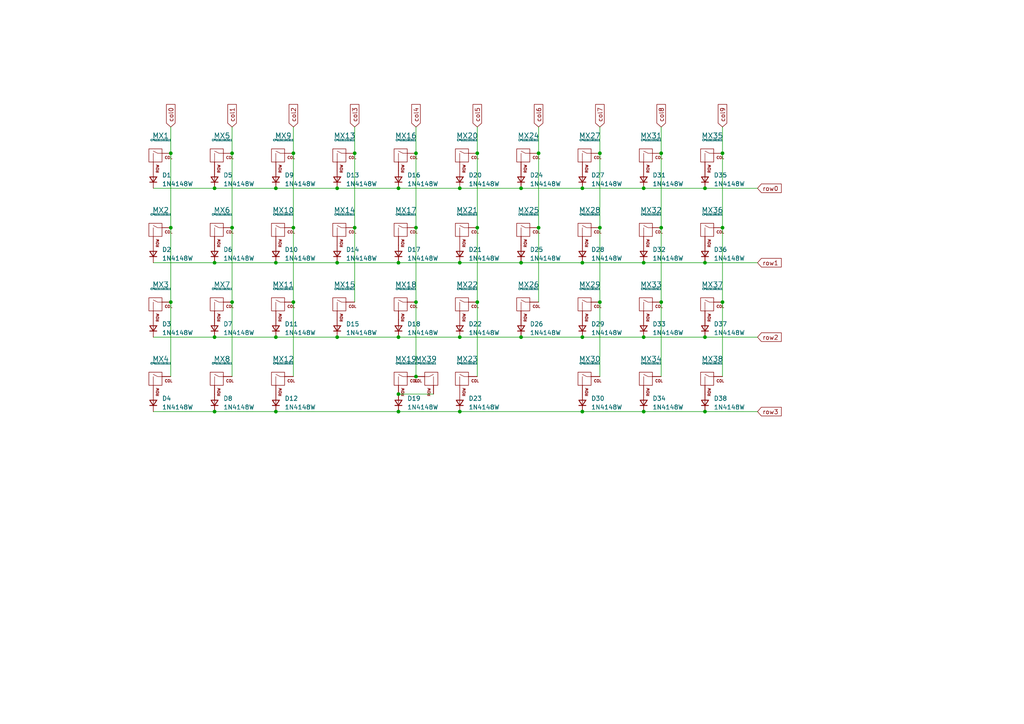
<source format=kicad_sch>
(kicad_sch (version 20230121) (generator eeschema)
  (paper "A4")
  (lib_symbols
    (symbol "Device:D_Small" (pin_numbers hide) (pin_names (offset 0.254) hide)
      (property "Reference" "D" (at -1.27 2.032 0))
      (property "Value" "D_Small" (at -3.81 -2.032 0))
      (symbol "D_Small_0_1"
        (polyline (pts (xy -0.762 -1.016) (xy -0.762 1.016)) (stroke (width 0.254)))
        (polyline (pts (xy -0.762 0) (xy 0.762 0)))
        (polyline (pts (xy 0.762 -1.016) (xy -0.762 0) (xy 0.762 1.016) (xy 0.762 -1.016)) (stroke (width 0.254)))
      )
      (symbol "D_Small_1_1"
        (pin passive line (at -2.54 0 0) (length 1.778) (name "K") (number "1"))
        (pin passive line (at 2.54 0 180) (length 1.778) (name "A") (number "2"))
      )
    )
    (symbol "cipulot_parts:MX-NoLED" (pin_names (offset 1.016))
      (property "Reference" "MX" (at -0.635 3.81 0))
      (property "Value" "MX-NoLED" (at -0.635 1.27 0))
      (symbol "MX-NoLED_0_0"
        (rectangle (start -2.54 2.54) (end 1.27 -1.27))
        (polyline (pts (xy -1.27 -1.27) (xy -1.27 1.27)) (stroke (width 0.127)))
        (polyline (pts (xy 1.27 1.27) (xy 0 1.27) (xy -1.27 1.905)) (stroke (width 0.127)))
        (text "COL" (at 3.175 0 0) (effects (font (size 0.762 0.762))))
        (text "ROW" (at 0 -1.905 900) (effects (font (size 0.762 0.762)) (justify right)))
      )
      (symbol "MX-NoLED_1_1"
        (pin passive line (at 3.81 1.27 180) (length 2.54) (name "COL") (number "1"))
        (pin passive line (at -1.27 -3.81 90) (length 2.54) (name "ROW") (number "2"))
      )
    )
  )
  (junction (at 120.65 44.45))
  (junction (at 168.91 54.61))
  (junction (at 102.87 66.04))
  (junction (at 186.69 54.61))
  (junction (at 186.69 76.2))
  (junction (at 156.21 66.04))
  (junction (at 138.43 44.45))
  (junction (at 173.99 44.45))
  (junction (at 168.91 76.2))
  (junction (at 85.09 87.63))
  (junction (at 62.23 119.38))
  (junction (at 151.13 54.61))
  (junction (at 151.13 97.79))
  (junction (at 115.57 97.79))
  (junction (at 204.47 119.38))
  (junction (at 97.79 76.2))
  (junction (at 120.65 87.63))
  (junction (at 49.53 44.45))
  (junction (at 133.35 97.79))
  (junction (at 186.69 119.38))
  (junction (at 133.35 54.61))
  (junction (at 204.47 76.2))
  (junction (at 80.01 119.38))
  (junction (at 120.65 109.22))
  (junction (at 138.43 87.63))
  (junction (at 156.21 44.45))
  (junction (at 80.01 76.2))
  (junction (at 209.55 66.04))
  (junction (at 85.09 44.45))
  (junction (at 186.69 97.79))
  (junction (at 138.43 66.04))
  (junction (at 173.99 66.04))
  (junction (at 115.57 119.38))
  (junction (at 209.55 87.63))
  (junction (at 67.31 44.45))
  (junction (at 49.53 66.04))
  (junction (at 204.47 97.79))
  (junction (at 191.77 66.04))
  (junction (at 80.01 54.61))
  (junction (at 49.53 87.63))
  (junction (at 191.77 44.45))
  (junction (at 133.35 119.38))
  (junction (at 168.91 97.79))
  (junction (at 191.77 87.63))
  (junction (at 62.23 76.2))
  (junction (at 120.65 66.04))
  (junction (at 62.23 97.79))
  (junction (at 67.31 87.63))
  (junction (at 67.31 66.04))
  (junction (at 85.09 66.04))
  (junction (at 97.79 97.79))
  (junction (at 80.01 97.79))
  (junction (at 102.87 44.45))
  (junction (at 173.99 87.63))
  (junction (at 204.47 54.61))
  (junction (at 209.55 44.45))
  (junction (at 115.57 76.2))
  (junction (at 133.35 76.2))
  (junction (at 97.79 54.61))
  (junction (at 168.91 119.38))
  (junction (at 115.57 114.3))
  (junction (at 115.57 54.61))
  (junction (at 151.13 76.2))
  (junction (at 62.23 54.61))
  (wire (pts (xy 120.65 44.45) (xy 120.65 66.04)))
  (wire (pts (xy 191.77 44.45) (xy 191.77 66.04)))
  (wire (pts (xy 191.77 66.04) (xy 191.77 87.63)))
  (wire (pts (xy 156.21 66.04) (xy 156.21 87.63)))
  (wire (pts (xy 80.01 76.2) (xy 62.23 76.2)))
  (wire (pts (xy 133.35 97.79) (xy 151.13 97.79)))
  (wire (pts (xy 138.43 87.63) (xy 138.43 109.22)))
  (wire (pts (xy 168.91 76.2) (xy 151.13 76.2)))
  (wire (pts (xy 44.45 119.38) (xy 62.23 119.38)))
  (wire (pts (xy 204.47 54.61) (xy 219.71 54.61)))
  (wire (pts (xy 120.65 87.63) (xy 120.65 109.22)))
  (wire (pts (xy 49.53 66.04) (xy 49.53 87.63)))
  (wire (pts (xy 168.91 97.79) (xy 186.69 97.79)))
  (wire (pts (xy 133.35 119.38) (xy 168.91 119.38)))
  (wire (pts (xy 156.21 44.45) (xy 156.21 66.04)))
  (wire (pts (xy 209.55 36.83) (xy 209.55 44.45)))
  (wire (pts (xy 67.31 44.45) (xy 67.31 66.04)))
  (wire (pts (xy 120.65 66.04) (xy 120.65 87.63)))
  (wire (pts (xy 49.53 36.83) (xy 49.53 44.45)))
  (wire (pts (xy 209.55 87.63) (xy 209.55 109.22)))
  (wire (pts (xy 67.31 66.04) (xy 67.31 87.63)))
  (wire (pts (xy 156.21 36.83) (xy 156.21 44.45)))
  (wire (pts (xy 138.43 44.45) (xy 138.43 66.04)))
  (wire (pts (xy 115.57 119.38) (xy 133.35 119.38)))
  (wire (pts (xy 115.57 114.3) (xy 125.73 114.3)))
  (wire (pts (xy 102.87 36.83) (xy 102.87 44.45)))
  (wire (pts (xy 186.69 54.61) (xy 204.47 54.61)))
  (wire (pts (xy 80.01 97.79) (xy 97.79 97.79)))
  (wire (pts (xy 97.79 76.2) (xy 80.01 76.2)))
  (wire (pts (xy 102.87 66.04) (xy 102.87 87.63)))
  (wire (pts (xy 102.87 44.45) (xy 102.87 66.04)))
  (wire (pts (xy 115.57 54.61) (xy 133.35 54.61)))
  (wire (pts (xy 67.31 36.83) (xy 67.31 44.45)))
  (wire (pts (xy 85.09 87.63) (xy 85.09 109.22)))
  (wire (pts (xy 62.23 54.61) (xy 80.01 54.61)))
  (wire (pts (xy 168.91 119.38) (xy 186.69 119.38)))
  (wire (pts (xy 173.99 44.45) (xy 173.99 66.04)))
  (wire (pts (xy 62.23 97.79) (xy 80.01 97.79)))
  (wire (pts (xy 85.09 44.45) (xy 85.09 66.04)))
  (wire (pts (xy 151.13 54.61) (xy 168.91 54.61)))
  (wire (pts (xy 186.69 97.79) (xy 204.47 97.79)))
  (wire (pts (xy 97.79 97.79) (xy 115.57 97.79)))
  (wire (pts (xy 133.35 54.61) (xy 151.13 54.61)))
  (wire (pts (xy 168.91 54.61) (xy 186.69 54.61)))
  (wire (pts (xy 120.65 36.83) (xy 120.65 44.45)))
  (wire (pts (xy 191.77 87.63) (xy 191.77 109.22)))
  (wire (pts (xy 138.43 66.04) (xy 138.43 87.63)))
  (wire (pts (xy 49.53 87.63) (xy 49.53 109.22)))
  (wire (pts (xy 173.99 87.63) (xy 173.99 109.22)))
  (wire (pts (xy 204.47 97.79) (xy 219.71 97.79)))
  (wire (pts (xy 133.35 76.2) (xy 115.57 76.2)))
  (wire (pts (xy 204.47 76.2) (xy 186.69 76.2)))
  (wire (pts (xy 44.45 97.79) (xy 62.23 97.79)))
  (wire (pts (xy 219.71 76.2) (xy 204.47 76.2)))
  (wire (pts (xy 209.55 66.04) (xy 209.55 87.63)))
  (wire (pts (xy 204.47 119.38) (xy 219.71 119.38)))
  (wire (pts (xy 115.57 76.2) (xy 97.79 76.2)))
  (wire (pts (xy 173.99 36.83) (xy 173.99 44.45)))
  (wire (pts (xy 173.99 66.04) (xy 173.99 87.63)))
  (wire (pts (xy 97.79 54.61) (xy 115.57 54.61)))
  (wire (pts (xy 85.09 66.04) (xy 85.09 87.63)))
  (wire (pts (xy 186.69 76.2) (xy 168.91 76.2)))
  (wire (pts (xy 44.45 54.61) (xy 62.23 54.61)))
  (wire (pts (xy 186.69 119.38) (xy 204.47 119.38)))
  (wire (pts (xy 115.57 97.79) (xy 133.35 97.79)))
  (wire (pts (xy 80.01 119.38) (xy 115.57 119.38)))
  (wire (pts (xy 67.31 87.63) (xy 67.31 109.22)))
  (wire (pts (xy 62.23 119.38) (xy 80.01 119.38)))
  (wire (pts (xy 138.43 36.83) (xy 138.43 44.45)))
  (wire (pts (xy 85.09 36.83) (xy 85.09 44.45)))
  (wire (pts (xy 62.23 76.2) (xy 44.45 76.2)))
  (wire (pts (xy 49.53 44.45) (xy 49.53 66.04)))
  (wire (pts (xy 151.13 76.2) (xy 133.35 76.2)))
  (wire (pts (xy 80.01 54.61) (xy 97.79 54.61)))
  (wire (pts (xy 209.55 44.45) (xy 209.55 66.04)))
  (wire (pts (xy 191.77 36.83) (xy 191.77 44.45)))
  (wire (pts (xy 151.13 97.79) (xy 168.91 97.79)))
  (global_label "col0" (shape input) (at 49.53 36.83 90) (property "Intersheetrefs" "${INTERSHEET_REFS}" (effects hide)))
  (global_label "col9" (shape input) (at 209.55 36.83 90) (property "Intersheetrefs" "${INTERSHEET_REFS}" (effects hide)))
  (global_label "row0" (shape input) (at 219.71 54.61 0) (property "Intersheetrefs" "${INTERSHEET_REFS}" (effects hide)))
  (global_label "col3" (shape input) (at 102.87 36.83 90) (property "Intersheetrefs" "${INTERSHEET_REFS}" (effects hide)))
  (global_label "col6" (shape input) (at 156.21 36.83 90) (property "Intersheetrefs" "${INTERSHEET_REFS}" (effects hide)))
  (global_label "col7" (shape input) (at 173.99 36.83 90) (property "Intersheetrefs" "${INTERSHEET_REFS}" (effects hide)))
  (global_label "col4" (shape input) (at 120.65 36.83 90) (property "Intersheetrefs" "${INTERSHEET_REFS}" (effects hide)))
  (global_label "row3" (shape input) (at 219.71 119.38 0) (property "Intersheetrefs" "${INTERSHEET_REFS}" (effects hide)))
  (global_label "row2" (shape input) (at 219.71 97.79 0) (property "Intersheetrefs" "${INTERSHEET_REFS}" (effects hide)))
  (global_label "row1" (shape input) (at 219.71 76.2 0) (property "Intersheetrefs" "${INTERSHEET_REFS}" (effects hide)))
  (global_label "col5" (shape input) (at 138.43 36.83 90) (property "Intersheetrefs" "${INTERSHEET_REFS}" (effects hide)))
  (global_label "col1" (shape input) (at 67.31 36.83 90) (property "Intersheetrefs" "${INTERSHEET_REFS}" (effects hide)))
  (global_label "col2" (shape input) (at 85.09 36.83 90) (property "Intersheetrefs" "${INTERSHEET_REFS}" (effects hide)))
  (global_label "col8" (shape input) (at 191.77 36.83 90) (property "Intersheetrefs" "${INTERSHEET_REFS}" (effects hide)))
  (symbol (lib_id "cipulot_parts:MX-NoLED") (at 116.84 110.49 0) (unit 1)
    (property "Reference" "MX19" (at 117.7256 104.14 0) (effects (font (size 1.524 1.524))))
    (property "Value" "CPG151101S11" (at 117.7256 105.41 0) (effects (font (size 0.508 0.508))))
    (property "Footprint" "MX_Only:MXOnly-2U-Hotswap-ReversedStabilizers" (effects hide))
    (property "LCSC" "C2803348" (effects hide))
  )
  (symbol (lib_id "Device:D_Small") (at 204.47 52.07 90) (unit 1)
    (property "Reference" "D35" (at 207.01 50.8 90) (effects (justify right)))
    (property "Value" "1N4148W" (at 207.01 53.34 90) (effects (justify right)))
    (property "Footprint" "Diode_SMD:D_SOD-123" (effects hide))
  )
  (symbol (lib_id "cipulot_parts:MX-NoLED") (at 124.46 110.49 0) (mirror y) (unit 1)
    (property "Reference" "MX39" (at 123.5744 104.14 0) (effects (font (size 1.524 1.524))))
    (property "Value" "CPG151101S11" (at 123.5744 105.41 0) (effects (font (size 0.508 0.508))))
    (property "Footprint" "MX_Only:MXOnly-2U-Hotswap-ReversedStabilizers" (effects hide))
    (property "LCSC" "C2803348" (effects hide))
    (property "Note" "Footprint modified to accommodate 4u reversed stabilizer" (effects hide))
  )
  (symbol (lib_id "cipulot_parts:MX-NoLED") (at 205.74 88.9 0) (unit 1)
    (property "Reference" "MX37" (at 206.6256 82.55 0) (effects (font (size 1.524 1.524))))
    (property "Value" "CPG151101S11" (at 206.6256 83.82 0) (effects (font (size 0.508 0.508))))
    (property "Footprint" "MX_Only:MXOnly-1U-Hotswap" (effects hide))
    (property "LCSC" "C2803348" (effects hide))
  )
  (symbol (lib_id "Device:D_Small") (at 186.69 73.66 90) (unit 1)
    (property "Reference" "D32" (at 189.23 72.39 90) (effects (justify right)))
    (property "Value" "1N4148W" (at 189.23 74.93 90) (effects (justify right)))
    (property "Footprint" "Diode_SMD:D_SOD-123" (effects hide))
  )
  (symbol (lib_id "Device:D_Small") (at 133.35 52.07 90) (unit 1)
    (property "Reference" "D20" (at 135.89 50.8 90) (effects (justify right)))
    (property "Value" "1N4148W" (at 135.89 53.34 90) (effects (justify right)))
    (property "Footprint" "Diode_SMD:D_SOD-123" (effects hide))
  )
  (symbol (lib_id "Device:D_Small") (at 186.69 116.84 90) (unit 1)
    (property "Reference" "D34" (at 189.23 115.57 90) (effects (justify right)))
    (property "Value" "1N4148W" (at 189.23 118.11 90) (effects (justify right)))
    (property "Footprint" "Diode_SMD:D_SOD-123" (effects hide))
  )
  (symbol (lib_id "Device:D_Small") (at 44.45 95.25 90) (unit 1)
    (property "Reference" "D3" (at 46.99 93.98 90) (effects (justify right)))
    (property "Value" "1N4148W" (at 46.99 96.52 90) (effects (justify right)))
    (property "Footprint" "Diode_SMD:D_SOD-123" (effects hide))
  )
  (symbol (lib_id "cipulot_parts:MX-NoLED") (at 205.74 45.72 0) (unit 1)
    (property "Reference" "MX35" (at 206.6256 39.37 0) (effects (font (size 1.524 1.524))))
    (property "Value" "CPG151101S11" (at 206.6256 40.64 0) (effects (font (size 0.508 0.508))))
    (property "Footprint" "MX_Only:MXOnly-1.5U-Hotswap" (effects hide))
    (property "LCSC" "C2803348" (effects hide))
  )
  (symbol (lib_id "cipulot_parts:MX-NoLED") (at 170.18 110.49 0) (unit 1)
    (property "Reference" "MX30" (at 171.0656 104.14 0) (effects (font (size 1.524 1.524))))
    (property "Value" "CPG151101S11" (at 171.0656 105.41 0) (effects (font (size 0.508 0.508))))
    (property "Footprint" "MX_Only:MXOnly-1U-Hotswap" (effects hide))
    (property "LCSC" "C2803348" (effects hide))
  )
  (symbol (lib_id "Device:D_Small") (at 115.57 73.66 90) (unit 1)
    (property "Reference" "D17" (at 118.11 72.39 90) (effects (justify right)))
    (property "Value" "1N4148W" (at 118.11 74.93 90) (effects (justify right)))
    (property "Footprint" "Diode_SMD:D_SOD-123" (effects hide))
  )
  (symbol (lib_id "cipulot_parts:MX-NoLED") (at 187.96 88.9 0) (unit 1)
    (property "Reference" "MX33" (at 188.8456 82.55 0) (effects (font (size 1.524 1.524))))
    (property "Value" "CPG151101S11" (at 188.8456 83.82 0) (effects (font (size 0.508 0.508))))
    (property "Footprint" "MX_Only:MXOnly-1U-Hotswap" (effects hide))
    (property "LCSC" "C2803348" (effects hide))
  )
  (symbol (lib_id "Device:D_Small") (at 133.35 73.66 90) (unit 1)
    (property "Reference" "D21" (at 135.89 72.39 90) (effects (justify right)))
    (property "Value" "1N4148W" (at 135.89 74.93 90) (effects (justify right)))
    (property "Footprint" "Diode_SMD:D_SOD-123" (effects hide))
  )
  (symbol (lib_id "cipulot_parts:MX-NoLED") (at 81.28 88.9 0) (unit 1)
    (property "Reference" "MX11" (at 82.1656 82.55 0) (effects (font (size 1.524 1.524))))
    (property "Value" "CPG151101S11" (at 82.1656 83.82 0) (effects (font (size 0.508 0.508))))
    (property "Footprint" "MX_Only:MXOnly-1U-Hotswap" (effects hide))
    (property "LCSC" "C2803348" (effects hide))
  )
  (symbol (lib_id "Device:D_Small") (at 115.57 95.25 90) (unit 1)
    (property "Reference" "D18" (at 118.11 93.98 90) (effects (justify right)))
    (property "Value" "1N4148W" (at 118.11 96.52 90) (effects (justify right)))
    (property "Footprint" "Diode_SMD:D_SOD-123" (effects hide))
  )
  (symbol (lib_id "Device:D_Small") (at 168.91 116.84 90) (unit 1)
    (property "Reference" "D30" (at 171.45 115.57 90) (effects (justify right)))
    (property "Value" "1N4148W" (at 171.45 118.11 90) (effects (justify right)))
    (property "Footprint" "Diode_SMD:D_SOD-123" (effects hide))
  )
  (symbol (lib_id "cipulot_parts:MX-NoLED") (at 63.5 45.72 0) (unit 1)
    (property "Reference" "MX5" (at 64.3856 39.37 0) (effects (font (size 1.524 1.524))))
    (property "Value" "CPG151101S11" (at 64.3856 40.64 0) (effects (font (size 0.508 0.508))))
    (property "Footprint" "MX_Only:MXOnly-1U-Hotswap" (effects hide))
    (property "LCSC" "C2803348" (effects hide))
  )
  (symbol (lib_id "cipulot_parts:MX-NoLED") (at 152.4 88.9 0) (unit 1)
    (property "Reference" "MX26" (at 153.2856 82.55 0) (effects (font (size 1.524 1.524))))
    (property "Value" "CPG151101S11" (at 153.2856 83.82 0) (effects (font (size 0.508 0.508))))
    (property "Footprint" "MX_Only:MXOnly-1U-Hotswap" (effects hide))
    (property "LCSC" "C2803348" (effects hide))
  )
  (symbol (lib_id "cipulot_parts:MX-NoLED") (at 205.74 67.31 0) (unit 1)
    (property "Reference" "MX36" (at 206.6256 60.96 0) (effects (font (size 1.524 1.524))))
    (property "Value" "CPG151101S11" (at 206.6256 62.23 0) (effects (font (size 0.508 0.508))))
    (property "Footprint" "MX_Only:MXOnly-1.25U-Hotswap" (effects hide))
    (property "LCSC" "C2803348" (effects hide))
  )
  (symbol (lib_id "cipulot_parts:MX-NoLED") (at 170.18 45.72 0) (unit 1)
    (property "Reference" "MX27" (at 171.0656 39.37 0) (effects (font (size 1.524 1.524))))
    (property "Value" "CPG151101S11" (at 171.0656 40.64 0) (effects (font (size 0.508 0.508))))
    (property "Footprint" "MX_Only:MXOnly-1U-Hotswap" (effects hide))
    (property "LCSC" "C2803348" (effects hide))
  )
  (symbol (lib_id "Device:D_Small") (at 186.69 95.25 90) (unit 1)
    (property "Reference" "D33" (at 189.23 93.98 90) (effects (justify right)))
    (property "Value" "1N4148W" (at 189.23 96.52 90) (effects (justify right)))
    (property "Footprint" "Diode_SMD:D_SOD-123" (effects hide))
  )
  (symbol (lib_id "Device:D_Small") (at 115.57 52.07 90) (unit 1)
    (property "Reference" "D16" (at 118.11 50.8 90) (effects (justify right)))
    (property "Value" "1N4148W" (at 118.11 53.34 90) (effects (justify right)))
    (property "Footprint" "Diode_SMD:D_SOD-123" (effects hide))
  )
  (symbol (lib_id "cipulot_parts:MX-NoLED") (at 45.72 45.72 0) (unit 1)
    (property "Reference" "MX1" (at 46.6056 39.37 0) (effects (font (size 1.524 1.524))))
    (property "Value" "CPG151101S11" (at 46.6056 40.64 0) (effects (font (size 0.508 0.508))))
    (property "Footprint" "MX_Only:MXOnly-1U-Hotswap" (effects hide))
    (property "Datasheet" "https://datasheet.lcsc.com/lcsc/2202281830_Kailh-CPG151101S11_C2803348.pdf" (effects hide))
    (property "LCSC" "C2803348" (effects hide))
  )
  (symbol (lib_id "cipulot_parts:MX-NoLED") (at 116.84 88.9 0) (unit 1)
    (property "Reference" "MX18" (at 117.7256 82.55 0) (effects (font (size 1.524 1.524))))
    (property "Value" "CPG151101S11" (at 117.7256 83.82 0) (effects (font (size 0.508 0.508))))
    (property "Footprint" "MX_Only:MXOnly-1U-Hotswap" (effects hide))
    (property "LCSC" "C2803348" (effects hide))
  )
  (symbol (lib_id "Device:D_Small") (at 133.35 116.84 90) (unit 1)
    (property "Reference" "D23" (at 135.89 115.57 90) (effects (justify right)))
    (property "Value" "1N4148W" (at 135.89 118.11 90) (effects (justify right)))
    (property "Footprint" "Diode_SMD:D_SOD-123" (effects hide))
  )
  (symbol (lib_id "Device:D_Small") (at 168.91 73.66 90) (unit 1)
    (property "Reference" "D28" (at 171.45 72.39 90) (effects (justify right)))
    (property "Value" "1N4148W" (at 171.45 74.93 90) (effects (justify right)))
    (property "Footprint" "Diode_SMD:D_SOD-123" (effects hide))
  )
  (symbol (lib_id "cipulot_parts:MX-NoLED") (at 187.96 110.49 0) (unit 1)
    (property "Reference" "MX34" (at 188.8456 104.14 0) (effects (font (size 1.524 1.524))))
    (property "Value" "CPG151101S11" (at 188.8456 105.41 0) (effects (font (size 0.508 0.508))))
    (property "Footprint" "MX_Only:MXOnly-1U-Hotswap" (effects hide))
    (property "LCSC" "C2803348" (effects hide))
  )
  (symbol (lib_id "cipulot_parts:MX-NoLED") (at 152.4 45.72 0) (unit 1)
    (property "Reference" "MX24" (at 153.2856 39.37 0) (effects (font (size 1.524 1.524))))
    (property "Value" "CPG151101S11" (at 153.2856 40.64 0) (effects (font (size 0.508 0.508))))
    (property "Footprint" "MX_Only:MXOnly-1U-Hotswap" (effects hide))
    (property "LCSC" "C2803348" (effects hide))
  )
  (symbol (lib_id "cipulot_parts:MX-NoLED") (at 45.72 88.9 0) (unit 1)
    (property "Reference" "MX3" (at 46.6056 82.55 0) (effects (font (size 1.524 1.524))))
    (property "Value" "CPG151101S11" (at 46.6056 83.82 0) (effects (font (size 0.508 0.508))))
    (property "Footprint" "MX_Only:MXOnly-1.5U-Hotswap" (effects hide))
    (property "LCSC" "C2803348" (effects hide))
  )
  (symbol (lib_id "Device:D_Small") (at 151.13 52.07 90) (unit 1)
    (property "Reference" "D24" (at 153.67 50.8 90) (effects (justify right)))
    (property "Value" "1N4148W" (at 153.67 53.34 90) (effects (justify right)))
    (property "Footprint" "Diode_SMD:D_SOD-123" (effects hide))
  )
  (symbol (lib_id "cipulot_parts:MX-NoLED") (at 45.72 110.49 0) (unit 1)
    (property "Reference" "MX4" (at 46.6056 104.14 0) (effects (font (size 1.524 1.524))))
    (property "Value" "CPG151101S11" (at 46.6056 105.41 0) (effects (font (size 0.508 0.508))))
    (property "Footprint" "MX_Only:MXOnly-1U-Hotswap" (effects hide))
    (property "LCSC" "C2803348" (effects hide))
  )
  (symbol (lib_id "cipulot_parts:MX-NoLED") (at 170.18 88.9 0) (unit 1)
    (property "Reference" "MX29" (at 171.0656 82.55 0) (effects (font (size 1.524 1.524))))
    (property "Value" "CPG151101S11" (at 171.0656 83.82 0) (effects (font (size 0.508 0.508))))
    (property "Footprint" "MX_Only:MXOnly-1U-Hotswap" (effects hide))
    (property "LCSC" "C2803348" (effects hide))
  )
  (symbol (lib_id "Device:D_Small") (at 204.47 116.84 90) (unit 1)
    (property "Reference" "D38" (at 207.01 115.57 90) (effects (justify right)))
    (property "Value" "1N4148W" (at 207.01 118.11 90) (effects (justify right)))
    (property "Footprint" "Diode_SMD:D_SOD-123" (effects hide))
  )
  (symbol (lib_id "Device:D_Small") (at 97.79 52.07 90) (unit 1)
    (property "Reference" "D13" (at 100.33 50.8 90) (effects (justify right)))
    (property "Value" "1N4148W" (at 100.33 53.34 90) (effects (justify right)))
    (property "Footprint" "Diode_SMD:D_SOD-123" (effects hide))
  )
  (symbol (lib_id "cipulot_parts:MX-NoLED") (at 187.96 67.31 0) (unit 1)
    (property "Reference" "MX32" (at 188.8456 60.96 0) (effects (font (size 1.524 1.524))))
    (property "Value" "CPG151101S11" (at 188.8456 62.23 0) (effects (font (size 0.508 0.508))))
    (property "Footprint" "MX_Only:MXOnly-1U-Hotswap" (effects hide))
    (property "LCSC" "C2803348" (effects hide))
  )
  (symbol (lib_id "Device:D_Small") (at 62.23 52.07 90) (unit 1)
    (property "Reference" "D5" (at 64.77 50.8 90) (effects (justify right)))
    (property "Value" "1N4148W" (at 64.77 53.34 90) (effects (justify right)))
    (property "Footprint" "Diode_SMD:D_SOD-123" (effects hide))
  )
  (symbol (lib_id "cipulot_parts:MX-NoLED") (at 99.06 67.31 0) (unit 1)
    (property "Reference" "MX14" (at 99.9456 60.96 0) (effects (font (size 1.524 1.524))))
    (property "Value" "CPG151101S11" (at 99.9456 62.23 0) (effects (font (size 0.508 0.508))))
    (property "Footprint" "MX_Only:MXOnly-1U-Hotswap" (effects hide))
    (property "LCSC" "C2803348" (effects hide))
  )
  (symbol (lib_id "Device:D_Small") (at 44.45 52.07 90) (unit 1)
    (property "Reference" "D1" (at 46.99 50.8 90) (effects (justify right)))
    (property "Value" "1N4148W" (at 46.99 53.34 90) (effects (justify right)))
    (property "Footprint" "Diode_SMD:D_SOD-123" (effects hide))
  )
  (symbol (lib_id "Device:D_Small") (at 133.35 95.25 90) (unit 1)
    (property "Reference" "D22" (at 135.89 93.98 90) (effects (justify right)))
    (property "Value" "1N4148W" (at 135.89 96.52 90) (effects (justify right)))
    (property "Footprint" "Diode_SMD:D_SOD-123" (effects hide))
  )
  (symbol (lib_id "Device:D_Small") (at 44.45 116.84 90) (unit 1)
    (property "Reference" "D4" (at 46.99 115.57 90) (effects (justify right)))
    (property "Value" "1N4148W" (at 46.99 118.11 90) (effects (justify right)))
    (property "Footprint" "Diode_SMD:D_SOD-123" (effects hide))
  )
  (symbol (lib_id "Device:D_Small") (at 186.69 52.07 90) (unit 1)
    (property "Reference" "D31" (at 189.23 50.8 90) (effects (justify right)))
    (property "Value" "1N4148W" (at 189.23 53.34 90) (effects (justify right)))
    (property "Footprint" "Diode_SMD:D_SOD-123" (effects hide))
  )
  (symbol (lib_id "Device:D_Small") (at 80.01 116.84 90) (unit 1)
    (property "Reference" "D12" (at 82.55 115.57 90) (effects (justify right)))
    (property "Value" "1N4148W" (at 82.55 118.11 90) (effects (justify right)))
    (property "Footprint" "Diode_SMD:D_SOD-123" (effects hide))
  )
  (symbol (lib_id "Device:D_Small") (at 62.23 73.66 90) (unit 1)
    (property "Reference" "D6" (at 64.77 72.39 90) (effects (justify right)))
    (property "Value" "1N4148W" (at 64.77 74.93 90) (effects (justify right)))
    (property "Footprint" "Diode_SMD:D_SOD-123" (effects hide))
  )
  (symbol (lib_id "cipulot_parts:MX-NoLED") (at 99.06 45.72 0) (unit 1)
    (property "Reference" "MX13" (at 99.9456 39.37 0) (effects (font (size 1.524 1.524))))
    (property "Value" "CPG151101S11" (at 99.9456 40.64 0) (effects (font (size 0.508 0.508))))
    (property "Footprint" "MX_Only:MXOnly-1U-Hotswap" (effects hide))
    (property "LCSC" "C2803348" (effects hide))
  )
  (symbol (lib_id "cipulot_parts:MX-NoLED") (at 134.62 45.72 0) (unit 1)
    (property "Reference" "MX20" (at 135.5056 39.37 0) (effects (font (size 1.524 1.524))))
    (property "Value" "CPG151101S11" (at 135.5056 40.64 0) (effects (font (size 0.508 0.508))))
    (property "Footprint" "MX_Only:MXOnly-1U-Hotswap" (effects hide))
    (property "LCSC" "C2803348" (effects hide))
  )
  (symbol (lib_id "cipulot_parts:MX-NoLED") (at 134.62 110.49 0) (unit 1)
    (property "Reference" "MX23" (at 135.5056 104.14 0) (effects (font (size 1.524 1.524))))
    (property "Value" "CPG151101S11" (at 135.5056 105.41 0) (effects (font (size 0.508 0.508))))
    (property "Footprint" "MX_Only:MXOnly-2U-Hotswap-ReversedStabilizers" (effects hide))
    (property "LCSC" "C2803348" (effects hide))
  )
  (symbol (lib_id "cipulot_parts:MX-NoLED") (at 63.5 67.31 0) (unit 1)
    (property "Reference" "MX6" (at 64.3856 60.96 0) (effects (font (size 1.524 1.524))))
    (property "Value" "CPG151101S11" (at 64.3856 62.23 0) (effects (font (size 0.508 0.508))))
    (property "Footprint" "MX_Only:MXOnly-1U-Hotswap" (effects hide))
    (property "LCSC" "C2803348" (effects hide))
  )
  (symbol (lib_id "cipulot_parts:MX-NoLED") (at 187.96 45.72 0) (unit 1)
    (property "Reference" "MX31" (at 188.8456 39.37 0) (effects (font (size 1.524 1.524))))
    (property "Value" "CPG151101S11" (at 188.8456 40.64 0) (effects (font (size 0.508 0.508))))
    (property "Footprint" "MX_Only:MXOnly-1U-Hotswap" (effects hide))
    (property "LCSC" "C2803348" (effects hide))
  )
  (symbol (lib_id "cipulot_parts:MX-NoLED") (at 205.74 110.49 0) (unit 1)
    (property "Reference" "MX38" (at 206.6256 104.14 0) (effects (font (size 1.524 1.524))))
    (property "Value" "CPG151101S11" (at 206.6256 105.41 0) (effects (font (size 0.508 0.508))))
    (property "Footprint" "MX_Only:MXOnly-1U-Hotswap" (effects hide))
    (property "LCSC" "C2803348" (effects hide))
  )
  (symbol (lib_id "cipulot_parts:MX-NoLED") (at 134.62 88.9 0) (unit 1)
    (property "Reference" "MX22" (at 135.5056 82.55 0) (effects (font (size 1.524 1.524))))
    (property "Value" "CPG151101S11" (at 135.5056 83.82 0) (effects (font (size 0.508 0.508))))
    (property "Footprint" "MX_Only:MXOnly-1U-Hotswap" (effects hide))
    (property "LCSC" "C2803348" (effects hide))
  )
  (symbol (lib_id "cipulot_parts:MX-NoLED") (at 81.28 45.72 0) (unit 1)
    (property "Reference" "MX9" (at 82.1656 39.37 0) (effects (font (size 1.524 1.524))))
    (property "Value" "CPG151101S11" (at 82.1656 40.64 0) (effects (font (size 0.508 0.508))))
    (property "Footprint" "MX_Only:MXOnly-1U-Hotswap" (effects hide))
    (property "LCSC" "C2803348" (effects hide))
  )
  (symbol (lib_id "Device:D_Small") (at 204.47 95.25 90) (unit 1)
    (property "Reference" "D37" (at 207.01 93.98 90) (effects (justify right)))
    (property "Value" "1N4148W" (at 207.01 96.52 90) (effects (justify right)))
    (property "Footprint" "Diode_SMD:D_SOD-123" (effects hide))
  )
  (symbol (lib_id "Device:D_Small") (at 115.57 116.84 90) (unit 1)
    (property "Reference" "D19" (at 118.11 115.57 90) (effects (justify right)))
    (property "Value" "1N4148W" (at 118.11 118.11 90) (effects (justify right)))
    (property "Footprint" "Diode_SMD:D_SOD-123" (effects hide))
  )
  (symbol (lib_id "cipulot_parts:MX-NoLED") (at 63.5 110.49 0) (unit 1)
    (property "Reference" "MX8" (at 64.3856 104.14 0) (effects (font (size 1.524 1.524))))
    (property "Value" "CPG151101S11" (at 64.3856 105.41 0) (effects (font (size 0.508 0.508))))
    (property "Footprint" "MX_Only:MXOnly-1U-Hotswap" (effects hide))
    (property "LCSC" "C2803348" (effects hide))
  )
  (symbol (lib_id "Device:D_Small") (at 151.13 73.66 90) (unit 1)
    (property "Reference" "D25" (at 153.67 72.39 90) (effects (justify right)))
    (property "Value" "1N4148W" (at 153.67 74.93 90) (effects (justify right)))
    (property "Footprint" "Diode_SMD:D_SOD-123" (effects hide))
  )
  (symbol (lib_id "cipulot_parts:MX-NoLED") (at 116.84 45.72 0) (unit 1)
    (property "Reference" "MX16" (at 117.7256 39.37 0) (effects (font (size 1.524 1.524))))
    (property "Value" "CPG151101S11" (at 117.7256 40.64 0) (effects (font (size 0.508 0.508))))
    (property "Footprint" "MX_Only:MXOnly-1U-Hotswap" (effects hide))
    (property "LCSC" "C2803348" (effects hide))
  )
  (symbol (lib_id "cipulot_parts:MX-NoLED") (at 81.28 110.49 0) (unit 1)
    (property "Reference" "MX12" (at 82.1656 104.14 0) (effects (font (size 1.524 1.524))))
    (property "Value" "CPG151101S11" (at 82.1656 105.41 0) (effects (font (size 0.508 0.508))))
    (property "Footprint" "MX_Only:MXOnly-1U-Hotswap" (effects hide))
    (property "LCSC" "C2803348" (effects hide))
  )
  (symbol (lib_id "Device:D_Small") (at 62.23 95.25 90) (unit 1)
    (property "Reference" "D7" (at 64.77 93.98 90) (effects (justify right)))
    (property "Value" "1N4148W" (at 64.77 96.52 90) (effects (justify right)))
    (property "Footprint" "Diode_SMD:D_SOD-123" (effects hide))
  )
  (symbol (lib_id "Device:D_Small") (at 80.01 95.25 90) (unit 1)
    (property "Reference" "D11" (at 82.55 93.98 90) (effects (justify right)))
    (property "Value" "1N4148W" (at 82.55 96.52 90) (effects (justify right)))
    (property "Footprint" "Diode_SMD:D_SOD-123" (effects hide))
  )
  (symbol (lib_id "Device:D_Small") (at 97.79 95.25 90) (unit 1)
    (property "Reference" "D15" (at 100.33 93.98 90) (effects (justify right)))
    (property "Value" "1N4148W" (at 100.33 96.52 90) (effects (justify right)))
    (property "Footprint" "Diode_SMD:D_SOD-123" (effects hide))
  )
  (symbol (lib_id "Device:D_Small") (at 97.79 73.66 90) (unit 1)
    (property "Reference" "D14" (at 100.33 72.39 90) (effects (justify right)))
    (property "Value" "1N4148W" (at 100.33 74.93 90) (effects (justify right)))
    (property "Footprint" "Diode_SMD:D_SOD-123" (effects hide))
  )
  (symbol (lib_id "Device:D_Small") (at 151.13 95.25 90) (unit 1)
    (property "Reference" "D26" (at 153.67 93.98 90) (effects (justify right)))
    (property "Value" "1N4148W" (at 153.67 96.52 90) (effects (justify right)))
    (property "Footprint" "Diode_SMD:D_SOD-123" (effects hide))
  )
  (symbol (lib_id "cipulot_parts:MX-NoLED") (at 99.06 88.9 0) (unit 1)
    (property "Reference" "MX15" (at 99.9456 82.55 0) (effects (font (size 1.524 1.524))))
    (property "Value" "CPG151101S11" (at 99.9456 83.82 0) (effects (font (size 0.508 0.508))))
    (property "Footprint" "MX_Only:MXOnly-1U-Hotswap" (effects hide))
    (property "LCSC" "C2803348" (effects hide))
  )
  (symbol (lib_id "cipulot_parts:MX-NoLED") (at 152.4 67.31 0) (unit 1)
    (property "Reference" "MX25" (at 153.2856 60.96 0) (effects (font (size 1.524 1.524))))
    (property "Value" "CPG151101S11" (at 153.2856 62.23 0) (effects (font (size 0.508 0.508))))
    (property "Footprint" "MX_Only:MXOnly-1U-Hotswap" (effects hide))
    (property "LCSC" "C2803348" (effects hide))
  )
  (symbol (lib_id "cipulot_parts:MX-NoLED") (at 45.72 67.31 0) (unit 1)
    (property "Reference" "MX2" (at 46.6056 60.96 0) (effects (font (size 1.524 1.524))))
    (property "Value" "CPG151101S11" (at 46.6056 62.23 0) (effects (font (size 0.508 0.508))))
    (property "Footprint" "MX_Only:MXOnly-1.25U-Hotswap" (effects hide))
    (property "LCSC" "C2803348" (effects hide))
  )
  (symbol (lib_id "cipulot_parts:MX-NoLED") (at 116.84 67.31 0) (unit 1)
    (property "Reference" "MX17" (at 117.7256 60.96 0) (effects (font (size 1.524 1.524))))
    (property "Value" "CPG151101S11" (at 117.7256 62.23 0) (effects (font (size 0.508 0.508))))
    (property "Footprint" "MX_Only:MXOnly-1U-Hotswap" (effects hide))
    (property "LCSC" "C2803348" (effects hide))
  )
  (symbol (lib_id "Device:D_Small") (at 80.01 52.07 90) (unit 1)
    (property "Reference" "D9" (at 82.55 50.8 90) (effects (justify right)))
    (property "Value" "1N4148W" (at 82.55 53.34 90) (effects (justify right)))
    (property "Footprint" "Diode_SMD:D_SOD-123" (effects hide))
  )
  (symbol (lib_id "Device:D_Small") (at 62.23 116.84 90) (unit 1)
    (property "Reference" "D8" (at 64.77 115.57 90) (effects (justify right)))
    (property "Value" "1N4148W" (at 64.77 118.11 90) (effects (justify right)))
    (property "Footprint" "Diode_SMD:D_SOD-123" (effects hide))
  )
  (symbol (lib_id "cipulot_parts:MX-NoLED") (at 81.28 67.31 0) (unit 1)
    (property "Reference" "MX10" (at 82.1656 60.96 0) (effects (font (size 1.524 1.524))))
    (property "Value" "CPG151101S11" (at 82.1656 62.23 0) (effects (font (size 0.508 0.508))))
    (property "Footprint" "MX_Only:MXOnly-1U-Hotswap" (effects hide))
    (property "LCSC" "C2803348" (effects hide))
  )
  (symbol (lib_id "Device:D_Small") (at 80.01 73.66 90) (unit 1)
    (property "Reference" "D10" (at 82.55 72.39 90) (effects (justify right)))
    (property "Value" "1N4148W" (at 82.55 74.93 90) (effects (justify right)))
    (property "Footprint" "Diode_SMD:D_SOD-123" (effects hide))
  )
  (symbol (lib_id "Device:D_Small") (at 204.47 73.66 90) (unit 1)
    (property "Reference" "D36" (at 207.01 72.39 90) (effects (justify right)))
    (property "Value" "1N4148W" (at 207.01 74.93 90) (effects (justify right)))
    (property "Footprint" "Diode_SMD:D_SOD-123" (effects hide))
  )
  (symbol (lib_id "Device:D_Small") (at 168.91 95.25 90) (unit 1)
    (property "Reference" "D29" (at 171.45 93.98 90) (effects (justify right)))
    (property "Value" "1N4148W" (at 171.45 96.52 90) (effects (justify right)))
    (property "Footprint" "Diode_SMD:D_SOD-123" (effects hide))
  )
  (symbol (lib_id "cipulot_parts:MX-NoLED") (at 63.5 88.9 0) (unit 1)
    (property "Reference" "MX7" (at 64.3856 82.55 0) (effects (font (size 1.524 1.524))))
    (property "Value" "CPG151101S11" (at 64.3856 83.82 0) (effects (font (size 0.508 0.508))))
    (property "Footprint" "MX_Only:MXOnly-1U-Hotswap" (effects hide))
    (property "LCSC" "C2803348" (effects hide))
  )
  (symbol (lib_id "cipulot_parts:MX-NoLED") (at 170.18 67.31 0) (unit 1)
    (property "Reference" "MX28" (at 171.0656 60.96 0) (effects (font (size 1.524 1.524))))
    (property "Value" "CPG151101S11" (at 171.0656 62.23 0) (effects (font (size 0.508 0.508))))
    (property "Footprint" "MX_Only:MXOnly-1U-Hotswap" (effects hide))
    (property "LCSC" "C2803348" (effects hide))
  )
  (symbol (lib_id "Device:D_Small") (at 168.91 52.07 90) (unit 1)
    (property "Reference" "D27" (at 171.45 50.8 90) (effects (justify right)))
    (property "Value" "1N4148W" (at 171.45 53.34 90) (effects (justify right)))
    (property "Footprint" "Diode_SMD:D_SOD-123" (effects hide))
  )
  (symbol (lib_id "cipulot_parts:MX-NoLED") (at 134.62 67.31 0) (unit 1)
    (property "Reference" "MX21" (at 135.5056 60.96 0) (effects (font (size 1.524 1.524))))
    (property "Value" "CPG151101S11" (at 135.5056 62.23 0) (effects (font (size 0.508 0.508))))
    (property "Footprint" "MX_Only:MXOnly-1U-Hotswap" (effects hide))
    (property "LCSC" "C2803348" (effects hide))
  )
  (symbol (lib_id "Device:D_Small") (at 44.45 73.66 90) (unit 1)
    (property "Reference" "D2" (at 46.99 72.39 90) (effects (justify right)))
    (property "Value" "1N4148W" (at 46.99 74.93 90) (effects (justify right)))
    (property "Footprint" "Diode_SMD:D_SOD-123" (effects hide))
  )
)
</source>
